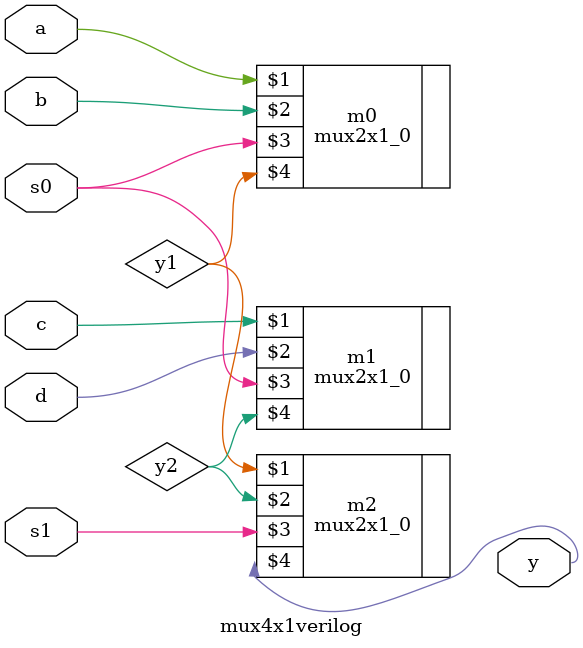
<source format=v>
module mux4x1verilog(
input a,
input b,
input c,
input d,
input s0,
input s1,
output y
    );
    wire y1,y2;
    mux2x1_0 m0(a,b,s0,y1);
    mux2x1_0 m1(c,d,s0,y2);
    mux2x1_0 m2(y1,y2,s1,y);
endmodule
</source>
